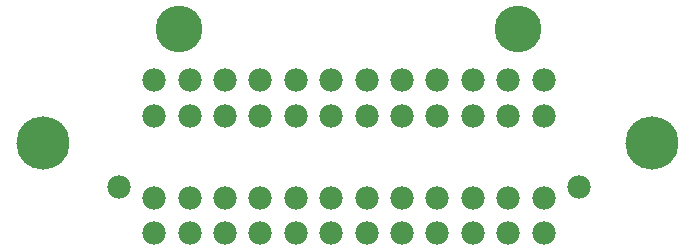
<source format=gts>
G04*
G04 #@! TF.GenerationSoftware,Altium Limited,Altium Designer,19.1.8 (144)*
G04*
G04 Layer_Color=8388736*
%FSLAX25Y25*%
%MOIN*%
G70*
G01*
G75*
%ADD11C,0.07800*%
%ADD12C,0.15600*%
%ADD13C,0.17729*%
D11*
X360900Y328200D02*
D03*
X349100D02*
D03*
Y340000D02*
D03*
X360900D02*
D03*
X242800Y328200D02*
D03*
X231000D02*
D03*
Y340000D02*
D03*
X242800D02*
D03*
X337300D02*
D03*
X254600D02*
D03*
Y328200D02*
D03*
X266400D02*
D03*
X266200Y340000D02*
D03*
X325400D02*
D03*
X290000D02*
D03*
X301800D02*
D03*
X278200D02*
D03*
X313600D02*
D03*
Y328200D02*
D03*
X278200D02*
D03*
X301800D02*
D03*
X290000D02*
D03*
X325400D02*
D03*
X337300D02*
D03*
X219200Y304500D02*
D03*
X372700D02*
D03*
X337300Y300800D02*
D03*
X325400D02*
D03*
X290000D02*
D03*
X301800D02*
D03*
X278200D02*
D03*
X313600D02*
D03*
Y289000D02*
D03*
X278200D02*
D03*
X301800D02*
D03*
X290000D02*
D03*
X325400D02*
D03*
X266200D02*
D03*
X266400Y300800D02*
D03*
X254600D02*
D03*
Y289000D02*
D03*
X337300D02*
D03*
X242800D02*
D03*
X231000D02*
D03*
Y300800D02*
D03*
X242800D02*
D03*
X360900Y289000D02*
D03*
X349100D02*
D03*
Y300800D02*
D03*
X360900D02*
D03*
D12*
X239400Y357000D02*
D03*
X352400D02*
D03*
D13*
X194000Y319000D02*
D03*
X397000D02*
D03*
M02*

</source>
